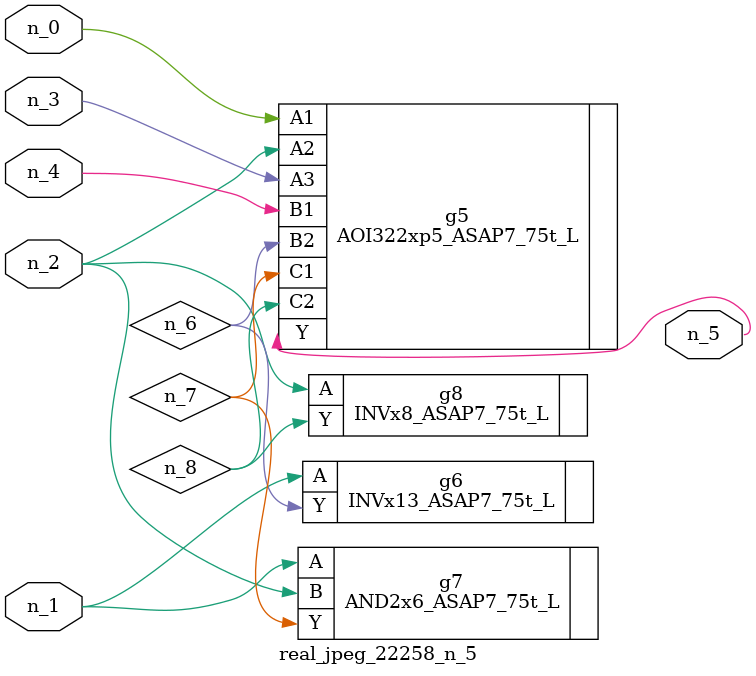
<source format=v>
module real_jpeg_22258_n_5 (n_4, n_0, n_1, n_2, n_3, n_5);

input n_4;
input n_0;
input n_1;
input n_2;
input n_3;

output n_5;

wire n_8;
wire n_6;
wire n_7;

AOI322xp5_ASAP7_75t_L g5 ( 
.A1(n_0),
.A2(n_2),
.A3(n_3),
.B1(n_4),
.B2(n_6),
.C1(n_7),
.C2(n_8),
.Y(n_5)
);

INVx13_ASAP7_75t_L g6 ( 
.A(n_1),
.Y(n_6)
);

AND2x6_ASAP7_75t_L g7 ( 
.A(n_1),
.B(n_2),
.Y(n_7)
);

INVx8_ASAP7_75t_L g8 ( 
.A(n_2),
.Y(n_8)
);


endmodule
</source>
